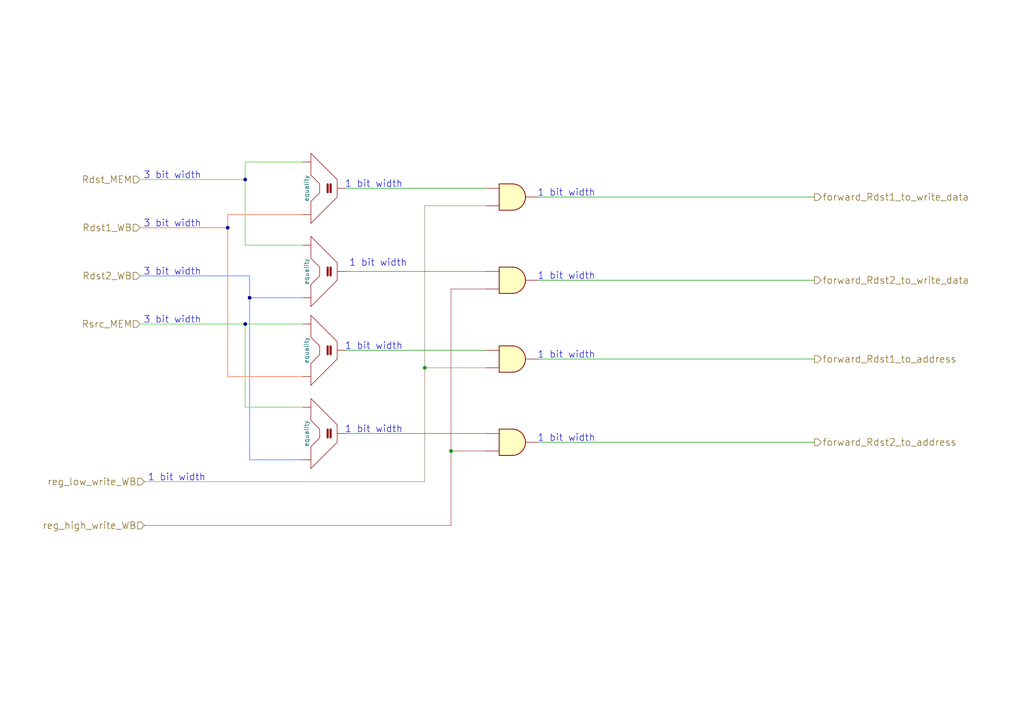
<source format=kicad_sch>
(kicad_sch (version 20211123) (generator eeschema)

  (uuid 8ecafd15-b697-4385-b266-46c6511c3de8)

  (paper "A4")

  (lib_symbols
    (symbol "4xxx:4081" (pin_numbers hide) (pin_names (offset 1.016) hide) (in_bom yes) (on_board yes)
      (property "Reference" "U" (id 0) (at 0 1.27 0)
        (effects (font (size 1.27 1.27)))
      )
      (property "Value" "4081" (id 1) (at 0 -1.27 0)
        (effects (font (size 1.27 1.27)))
      )
      (property "Footprint" "" (id 2) (at 0 0 0)
        (effects (font (size 1.27 1.27)) hide)
      )
      (property "Datasheet" "http://www.intersil.com/content/dam/Intersil/documents/cd40/cd4073bms-81bms-82bms.pdf" (id 3) (at 0 0 0)
        (effects (font (size 1.27 1.27)) hide)
      )
      (property "ki_locked" "" (id 4) (at 0 0 0)
        (effects (font (size 1.27 1.27)))
      )
      (property "ki_keywords" "CMOS And2" (id 5) (at 0 0 0)
        (effects (font (size 1.27 1.27)) hide)
      )
      (property "ki_description" "Quad And 2 inputs" (id 6) (at 0 0 0)
        (effects (font (size 1.27 1.27)) hide)
      )
      (property "ki_fp_filters" "DIP?14*" (id 7) (at 0 0 0)
        (effects (font (size 1.27 1.27)) hide)
      )
      (symbol "4081_1_1"
        (arc (start 0 -3.81) (mid 3.81 0) (end 0 3.81)
          (stroke (width 0.254) (type default) (color 0 0 0 0))
          (fill (type background))
        )
        (polyline
          (pts
            (xy 0 3.81)
            (xy -3.81 3.81)
            (xy -3.81 -3.81)
            (xy 0 -3.81)
          )
          (stroke (width 0.254) (type default) (color 0 0 0 0))
          (fill (type background))
        )
        (pin input line (at -7.62 2.54 0) (length 3.81)
          (name "~" (effects (font (size 1.27 1.27))))
          (number "1" (effects (font (size 1.27 1.27))))
        )
        (pin input line (at -7.62 -2.54 0) (length 3.81)
          (name "~" (effects (font (size 1.27 1.27))))
          (number "2" (effects (font (size 1.27 1.27))))
        )
        (pin output line (at 7.62 0 180) (length 3.81)
          (name "~" (effects (font (size 1.27 1.27))))
          (number "3" (effects (font (size 1.27 1.27))))
        )
      )
      (symbol "4081_1_2"
        (arc (start -3.81 -3.81) (mid -2.589 0) (end -3.81 3.81)
          (stroke (width 0.254) (type default) (color 0 0 0 0))
          (fill (type none))
        )
        (arc (start -0.6096 -3.81) (mid 2.1842 -2.5851) (end 3.81 0)
          (stroke (width 0.254) (type default) (color 0 0 0 0))
          (fill (type background))
        )
        (polyline
          (pts
            (xy -3.81 -3.81)
            (xy -0.635 -3.81)
          )
          (stroke (width 0.254) (type default) (color 0 0 0 0))
          (fill (type background))
        )
        (polyline
          (pts
            (xy -3.81 3.81)
            (xy -0.635 3.81)
          )
          (stroke (width 0.254) (type default) (color 0 0 0 0))
          (fill (type background))
        )
        (polyline
          (pts
            (xy -0.635 3.81)
            (xy -3.81 3.81)
            (xy -3.81 3.81)
            (xy -3.556 3.4036)
            (xy -3.0226 2.2606)
            (xy -2.6924 1.0414)
            (xy -2.6162 -0.254)
            (xy -2.7686 -1.4986)
            (xy -3.175 -2.7178)
            (xy -3.81 -3.81)
            (xy -3.81 -3.81)
            (xy -0.635 -3.81)
          )
          (stroke (width -25.4) (type default) (color 0 0 0 0))
          (fill (type background))
        )
        (arc (start 3.81 0) (mid 2.1915 2.5936) (end -0.6096 3.81)
          (stroke (width 0.254) (type default) (color 0 0 0 0))
          (fill (type background))
        )
        (pin input inverted (at -7.62 2.54 0) (length 4.318)
          (name "~" (effects (font (size 1.27 1.27))))
          (number "1" (effects (font (size 1.27 1.27))))
        )
        (pin input inverted (at -7.62 -2.54 0) (length 4.318)
          (name "~" (effects (font (size 1.27 1.27))))
          (number "2" (effects (font (size 1.27 1.27))))
        )
        (pin output inverted (at 7.62 0 180) (length 3.81)
          (name "~" (effects (font (size 1.27 1.27))))
          (number "3" (effects (font (size 1.27 1.27))))
        )
      )
      (symbol "4081_2_1"
        (arc (start 0 -3.81) (mid 3.81 0) (end 0 3.81)
          (stroke (width 0.254) (type default) (color 0 0 0 0))
          (fill (type background))
        )
        (polyline
          (pts
            (xy 0 3.81)
            (xy -3.81 3.81)
            (xy -3.81 -3.81)
            (xy 0 -3.81)
          )
          (stroke (width 0.254) (type default) (color 0 0 0 0))
          (fill (type background))
        )
        (pin output line (at 7.62 0 180) (length 3.81)
          (name "~" (effects (font (size 1.27 1.27))))
          (number "4" (effects (font (size 1.27 1.27))))
        )
        (pin input line (at -7.62 2.54 0) (length 3.81)
          (name "~" (effects (font (size 1.27 1.27))))
          (number "5" (effects (font (size 1.27 1.27))))
        )
        (pin input line (at -7.62 -2.54 0) (length 3.81)
          (name "~" (effects (font (size 1.27 1.27))))
          (number "6" (effects (font (size 1.27 1.27))))
        )
      )
      (symbol "4081_2_2"
        (arc (start -3.81 -3.81) (mid -2.589 0) (end -3.81 3.81)
          (stroke (width 0.254) (type default) (color 0 0 0 0))
          (fill (type none))
        )
        (arc (start -0.6096 -3.81) (mid 2.1842 -2.5851) (end 3.81 0)
          (stroke (width 0.254) (type default) (color 0 0 0 0))
          (fill (type background))
        )
        (polyline
          (pts
            (xy -3.81 -3.81)
            (xy -0.635 -3.81)
          )
          (stroke (width 0.254) (type default) (color 0 0 0 0))
          (fill (type background))
        )
        (polyline
          (pts
            (xy -3.81 3.81)
            (xy -0.635 3.81)
          )
          (stroke (width 0.254) (type default) (color 0 0 0 0))
          (fill (type background))
        )
        (polyline
          (pts
            (xy -0.635 3.81)
            (xy -3.81 3.81)
            (xy -3.81 3.81)
            (xy -3.556 3.4036)
            (xy -3.0226 2.2606)
            (xy -2.6924 1.0414)
            (xy -2.6162 -0.254)
            (xy -2.7686 -1.4986)
            (xy -3.175 -2.7178)
            (xy -3.81 -3.81)
            (xy -3.81 -3.81)
            (xy -0.635 -3.81)
          )
          (stroke (width -25.4) (type default) (color 0 0 0 0))
          (fill (type background))
        )
        (arc (start 3.81 0) (mid 2.1915 2.5936) (end -0.6096 3.81)
          (stroke (width 0.254) (type default) (color 0 0 0 0))
          (fill (type background))
        )
        (pin output inverted (at 7.62 0 180) (length 3.81)
          (name "~" (effects (font (size 1.27 1.27))))
          (number "4" (effects (font (size 1.27 1.27))))
        )
        (pin input inverted (at -7.62 2.54 0) (length 4.318)
          (name "~" (effects (font (size 1.27 1.27))))
          (number "5" (effects (font (size 1.27 1.27))))
        )
        (pin input inverted (at -7.62 -2.54 0) (length 4.318)
          (name "~" (effects (font (size 1.27 1.27))))
          (number "6" (effects (font (size 1.27 1.27))))
        )
      )
      (symbol "4081_3_1"
        (arc (start 0 -3.81) (mid 3.81 0) (end 0 3.81)
          (stroke (width 0.254) (type default) (color 0 0 0 0))
          (fill (type background))
        )
        (polyline
          (pts
            (xy 0 3.81)
            (xy -3.81 3.81)
            (xy -3.81 -3.81)
            (xy 0 -3.81)
          )
          (stroke (width 0.254) (type default) (color 0 0 0 0))
          (fill (type background))
        )
        (pin output line (at 7.62 0 180) (length 3.81)
          (name "~" (effects (font (size 1.27 1.27))))
          (number "10" (effects (font (size 1.27 1.27))))
        )
        (pin input line (at -7.62 2.54 0) (length 3.81)
          (name "~" (effects (font (size 1.27 1.27))))
          (number "8" (effects (font (size 1.27 1.27))))
        )
        (pin input line (at -7.62 -2.54 0) (length 3.81)
          (name "~" (effects (font (size 1.27 1.27))))
          (number "9" (effects (font (size 1.27 1.27))))
        )
      )
      (symbol "4081_3_2"
        (arc (start -3.81 -3.81) (mid -2.589 0) (end -3.81 3.81)
          (stroke (width 0.254) (type default) (color 0 0 0 0))
          (fill (type none))
        )
        (arc (start -0.6096 -3.81) (mid 2.1842 -2.5851) (end 3.81 0)
          (stroke (width 0.254) (type default) (color 0 0 0 0))
          (fill (type background))
        )
        (polyline
          (pts
            (xy -3.81 -3.81)
            (xy -0.635 -3.81)
          )
          (stroke (width 0.254) (type default) (color 0 0 0 0))
          (fill (type background))
        )
        (polyline
          (pts
            (xy -3.81 3.81)
            (xy -0.635 3.81)
          )
          (stroke (width 0.254) (type default) (color 0 0 0 0))
          (fill (type background))
        )
        (polyline
          (pts
            (xy -0.635 3.81)
            (xy -3.81 3.81)
            (xy -3.81 3.81)
            (xy -3.556 3.4036)
            (xy -3.0226 2.2606)
            (xy -2.6924 1.0414)
            (xy -2.6162 -0.254)
            (xy -2.7686 -1.4986)
            (xy -3.175 -2.7178)
            (xy -3.81 -3.81)
            (xy -3.81 -3.81)
            (xy -0.635 -3.81)
          )
          (stroke (width -25.4) (type default) (color 0 0 0 0))
          (fill (type background))
        )
        (arc (start 3.81 0) (mid 2.1915 2.5936) (end -0.6096 3.81)
          (stroke (width 0.254) (type default) (color 0 0 0 0))
          (fill (type background))
        )
        (pin output inverted (at 7.62 0 180) (length 3.81)
          (name "~" (effects (font (size 1.27 1.27))))
          (number "10" (effects (font (size 1.27 1.27))))
        )
        (pin input inverted (at -7.62 2.54 0) (length 4.318)
          (name "~" (effects (font (size 1.27 1.27))))
          (number "8" (effects (font (size 1.27 1.27))))
        )
        (pin input inverted (at -7.62 -2.54 0) (length 4.318)
          (name "~" (effects (font (size 1.27 1.27))))
          (number "9" (effects (font (size 1.27 1.27))))
        )
      )
      (symbol "4081_4_1"
        (arc (start 0 -3.81) (mid 3.81 0) (end 0 3.81)
          (stroke (width 0.254) (type default) (color 0 0 0 0))
          (fill (type background))
        )
        (polyline
          (pts
            (xy 0 3.81)
            (xy -3.81 3.81)
            (xy -3.81 -3.81)
            (xy 0 -3.81)
          )
          (stroke (width 0.254) (type default) (color 0 0 0 0))
          (fill (type background))
        )
        (pin output line (at 7.62 0 180) (length 3.81)
          (name "~" (effects (font (size 1.27 1.27))))
          (number "11" (effects (font (size 1.27 1.27))))
        )
        (pin input line (at -7.62 2.54 0) (length 3.81)
          (name "~" (effects (font (size 1.27 1.27))))
          (number "12" (effects (font (size 1.27 1.27))))
        )
        (pin input line (at -7.62 -2.54 0) (length 3.81)
          (name "~" (effects (font (size 1.27 1.27))))
          (number "13" (effects (font (size 1.27 1.27))))
        )
      )
      (symbol "4081_4_2"
        (arc (start -3.81 -3.81) (mid -2.589 0) (end -3.81 3.81)
          (stroke (width 0.254) (type default) (color 0 0 0 0))
          (fill (type none))
        )
        (arc (start -0.6096 -3.81) (mid 2.1842 -2.5851) (end 3.81 0)
          (stroke (width 0.254) (type default) (color 0 0 0 0))
          (fill (type background))
        )
        (polyline
          (pts
            (xy -3.81 -3.81)
            (xy -0.635 -3.81)
          )
          (stroke (width 0.254) (type default) (color 0 0 0 0))
          (fill (type background))
        )
        (polyline
          (pts
            (xy -3.81 3.81)
            (xy -0.635 3.81)
          )
          (stroke (width 0.254) (type default) (color 0 0 0 0))
          (fill (type background))
        )
        (polyline
          (pts
            (xy -0.635 3.81)
            (xy -3.81 3.81)
            (xy -3.81 3.81)
            (xy -3.556 3.4036)
            (xy -3.0226 2.2606)
            (xy -2.6924 1.0414)
            (xy -2.6162 -0.254)
            (xy -2.7686 -1.4986)
            (xy -3.175 -2.7178)
            (xy -3.81 -3.81)
            (xy -3.81 -3.81)
            (xy -0.635 -3.81)
          )
          (stroke (width -25.4) (type default) (color 0 0 0 0))
          (fill (type background))
        )
        (arc (start 3.81 0) (mid 2.1915 2.5936) (end -0.6096 3.81)
          (stroke (width 0.254) (type default) (color 0 0 0 0))
          (fill (type background))
        )
        (pin output inverted (at 7.62 0 180) (length 3.81)
          (name "~" (effects (font (size 1.27 1.27))))
          (number "11" (effects (font (size 1.27 1.27))))
        )
        (pin input inverted (at -7.62 2.54 0) (length 4.318)
          (name "~" (effects (font (size 1.27 1.27))))
          (number "12" (effects (font (size 1.27 1.27))))
        )
        (pin input inverted (at -7.62 -2.54 0) (length 4.318)
          (name "~" (effects (font (size 1.27 1.27))))
          (number "13" (effects (font (size 1.27 1.27))))
        )
      )
      (symbol "4081_5_0"
        (pin power_in line (at 0 12.7 270) (length 5.08)
          (name "VDD" (effects (font (size 1.27 1.27))))
          (number "14" (effects (font (size 1.27 1.27))))
        )
        (pin power_in line (at 0 -12.7 90) (length 5.08)
          (name "VSS" (effects (font (size 1.27 1.27))))
          (number "7" (effects (font (size 1.27 1.27))))
        )
      )
      (symbol "4081_5_1"
        (rectangle (start -5.08 7.62) (end 5.08 -7.62)
          (stroke (width 0.254) (type default) (color 0 0 0 0))
          (fill (type background))
        )
      )
    )
    (symbol "computerArchProj:equality" (in_bom yes) (on_board yes)
      (property "Reference" "U" (id 0) (at 0 3.81 0)
        (effects (font (size 1.27 1.27)))
      )
      (property "Value" "equality" (id 1) (at 0 6.35 0)
        (effects (font (size 1.27 1.27)))
      )
      (property "Footprint" "" (id 2) (at 0 0 0)
        (effects (font (size 1.27 1.27)) hide)
      )
      (property "Datasheet" "" (id 3) (at 0 0 0)
        (effects (font (size 1.27 1.27)) hide)
      )
      (symbol "equality_0_0"
        (polyline
          (pts
            (xy 10.16 5.08)
            (xy 10.16 5.08)
          )
          (stroke (width 0) (type default) (color 0 0 0 0))
          (fill (type none))
        )
        (polyline
          (pts
            (xy -10.16 5.08)
            (xy -5.08 5.08)
            (xy -3.81 5.08)
            (xy -1.27 2.54)
            (xy 1.27 2.54)
            (xy 3.81 5.08)
            (xy 10.16 5.08)
            (xy 2.54 -2.54)
            (xy -2.54 -2.54)
            (xy -10.16 5.08)
          )
          (stroke (width 0) (type default) (color 0 0 0 0))
          (fill (type none))
        )
        (text "=" (at 0 0 0)
          (effects (font (size 3 3) bold))
        )
      )
      (symbol "equality_1_1"
        (pin input line (at -7.62 7.62 270) (length 2.54)
          (name "" (effects (font (size 1.27 1.27))))
          (number "" (effects (font (size 1.27 1.27))))
        )
        (pin output line (at 0 -5.08 90) (length 2.54)
          (name "" (effects (font (size 1.27 1.27))))
          (number "" (effects (font (size 1.27 1.27))))
        )
        (pin input line (at 7.62 7.62 270) (length 2.54)
          (name "" (effects (font (size 1.27 1.27))))
          (number "" (effects (font (size 1.27 1.27))))
        )
      )
    )
  )

  (junction (at 71.12 93.98) (diameter 0) (color 0 0 0 0)
    (uuid 36dc5d74-c099-438e-94e3-60aa4e495a38)
  )
  (junction (at 72.39 86.36) (diameter 0) (color 0 0 0 0)
    (uuid 869cb35d-b9b5-448c-bb9b-f6d9df9abaad)
  )
  (junction (at 71.12 52.07) (diameter 0) (color 0 0 0 0)
    (uuid a4de19bc-29f2-4954-a7e8-a31af3e89b44)
  )
  (junction (at 130.81 130.81) (diameter 0) (color 0 0 0 0)
    (uuid a889e891-00bc-4629-ae37-a2453d534e32)
  )
  (junction (at 66.04 66.04) (diameter 0) (color 0 0 0 0)
    (uuid ad293ebb-f756-4bfe-9bfa-2756e4f9d096)
  )
  (junction (at 123.19 106.68) (diameter 0) (color 0 0 0 0)
    (uuid c6021f75-c104-4b59-85ed-10e958407e36)
  )

  (wire (pts (xy 100.33 78.74) (xy 140.97 78.74))
    (stroke (width 0) (type default) (color 0 0 0 0))
    (uuid 0326b7f5-8e1f-4e25-9b61-80c19b5c4013)
  )
  (bus (pts (xy 71.12 46.99) (xy 87.63 46.99))
    (stroke (width 0) (type default) (color 151 226 141 1))
    (uuid 08f603fa-4aef-49fa-9074-4d85aeefe0d2)
  )

  (wire (pts (xy 130.81 152.4) (xy 130.81 130.81))
    (stroke (width 0) (type default) (color 165 63 68 1))
    (uuid 0e394dd9-829d-4d9f-841d-fbd966480e04)
  )
  (bus (pts (xy 71.12 71.12) (xy 71.12 52.07))
    (stroke (width 0) (type default) (color 151 226 141 1))
    (uuid 3879e701-7285-442a-ba69-e585464dcf0c)
  )

  (wire (pts (xy 156.21 128.27) (xy 236.22 128.27))
    (stroke (width 0) (type default) (color 0 0 0 0))
    (uuid 3bdab34b-694d-4691-9639-2b1782f3daff)
  )
  (bus (pts (xy 66.04 66.04) (xy 66.04 109.22))
    (stroke (width 0) (type default) (color 255 159 140 1))
    (uuid 4e89c7c1-90fc-4d59-81d1-b67ac740295e)
  )

  (wire (pts (xy 123.19 106.68) (xy 140.97 106.68))
    (stroke (width 0) (type default) (color 155 138 111 1))
    (uuid 503b6244-5e86-4763-9c4d-abfae047c912)
  )
  (bus (pts (xy 71.12 46.99) (xy 71.12 52.07))
    (stroke (width 0) (type default) (color 151 226 141 1))
    (uuid 55edbc24-c7e6-4737-9174-81c450b847a3)
  )
  (bus (pts (xy 40.64 80.01) (xy 72.39 80.01))
    (stroke (width 0) (type default) (color 135 172 255 1))
    (uuid 5609d62b-15cf-4703-9454-231184395b3d)
  )

  (wire (pts (xy 100.33 101.6) (xy 140.97 101.6))
    (stroke (width 0) (type default) (color 0 0 0 0))
    (uuid 683c5514-223e-4634-bd1d-e0df28e208c2)
  )
  (bus (pts (xy 72.39 133.35) (xy 87.63 133.35))
    (stroke (width 0) (type default) (color 135 172 255 1))
    (uuid 75761088-ad01-4b77-aee2-207b258c2c77)
  )
  (bus (pts (xy 66.04 66.04) (xy 66.04 62.23))
    (stroke (width 0) (type default) (color 255 159 140 1))
    (uuid 77ccc6e4-e675-4680-8949-b63e8ac4c063)
  )

  (wire (pts (xy 156.21 104.14) (xy 236.22 104.14))
    (stroke (width 0) (type default) (color 0 0 0 0))
    (uuid 78014b7e-a5e5-4141-9f45-1523c5762688)
  )
  (wire (pts (xy 130.81 130.81) (xy 140.97 130.81))
    (stroke (width 0) (type default) (color 165 63 68 1))
    (uuid 866eca15-fb41-4293-b0bc-cb0488965679)
  )
  (wire (pts (xy 130.81 130.81) (xy 130.81 83.82))
    (stroke (width 0) (type default) (color 165 63 68 1))
    (uuid 8adac910-6296-472a-ae1e-94aa66fec269)
  )
  (wire (pts (xy 130.81 83.82) (xy 140.97 83.82))
    (stroke (width 0) (type default) (color 165 63 68 1))
    (uuid 8c51f42a-de3a-4407-ad3e-646a8c52e98a)
  )
  (bus (pts (xy 72.39 80.01) (xy 72.39 86.36))
    (stroke (width 0) (type default) (color 135 172 255 1))
    (uuid 939db203-8cf6-4380-9e57-597e41e094d0)
  )

  (wire (pts (xy 100.33 125.73) (xy 140.97 125.73))
    (stroke (width 0) (type default) (color 0 0 0 0))
    (uuid 9f4db6dc-5e18-4a65-b837-3495207f92fd)
  )
  (wire (pts (xy 123.19 59.69) (xy 123.19 106.68))
    (stroke (width 0) (type default) (color 155 138 111 1))
    (uuid a8810a1a-6e80-406c-ba8e-001484998810)
  )
  (bus (pts (xy 72.39 86.36) (xy 87.63 86.36))
    (stroke (width 0) (type default) (color 135 172 255 1))
    (uuid ab6fcb06-2ad7-49b1-abb9-a0efec08183b)
  )
  (bus (pts (xy 71.12 93.98) (xy 87.63 93.98))
    (stroke (width 0) (type default) (color 151 226 141 1))
    (uuid b62f2f62-98f7-40cc-99e5-cf75a1b56905)
  )
  (bus (pts (xy 66.04 62.23) (xy 87.63 62.23))
    (stroke (width 0) (type default) (color 255 159 140 1))
    (uuid b98eaf7e-284f-4cb6-9b40-c8bc5db1ae57)
  )
  (bus (pts (xy 71.12 71.12) (xy 87.63 71.12))
    (stroke (width 0) (type default) (color 151 226 141 1))
    (uuid bb7a542f-a3a0-423a-a0a2-1f1e5fad547a)
  )

  (wire (pts (xy 156.21 57.15) (xy 236.22 57.15))
    (stroke (width 0) (type default) (color 0 0 0 0))
    (uuid bc6eccae-fa40-4e28-a031-99335cf12d14)
  )
  (wire (pts (xy 156.21 81.28) (xy 236.22 81.28))
    (stroke (width 0) (type default) (color 0 0 0 0))
    (uuid cd136b05-169a-4037-a0dc-7209da5856ec)
  )
  (bus (pts (xy 66.04 109.22) (xy 87.63 109.22))
    (stroke (width 0) (type default) (color 255 159 140 1))
    (uuid d18a3969-eb33-4427-9d5c-284cd2bc93c7)
  )
  (bus (pts (xy 71.12 93.98) (xy 71.12 118.11))
    (stroke (width 0) (type default) (color 151 226 141 1))
    (uuid d259344b-d3f6-444c-9247-cce2cf74f109)
  )
  (bus (pts (xy 40.64 93.98) (xy 71.12 93.98))
    (stroke (width 0) (type default) (color 151 226 141 1))
    (uuid d33258d8-49f8-4298-ba0a-26d92107f5b3)
  )
  (bus (pts (xy 71.12 118.11) (xy 87.63 118.11))
    (stroke (width 0) (type default) (color 151 226 141 1))
    (uuid da158a3d-e2b7-4df9-9b93-48ecf27f9cea)
  )

  (wire (pts (xy 41.91 152.4) (xy 130.81 152.4))
    (stroke (width 0) (type default) (color 165 63 68 1))
    (uuid e3bcaf2d-9913-4787-a0aa-a5140e677dc3)
  )
  (bus (pts (xy 40.64 66.04) (xy 66.04 66.04))
    (stroke (width 0) (type default) (color 255 159 140 1))
    (uuid e65236f7-f69f-47dd-8d27-3089873b92aa)
  )
  (bus (pts (xy 72.39 86.36) (xy 72.39 133.35))
    (stroke (width 0) (type default) (color 135 172 255 1))
    (uuid e7150b24-1f08-4f68-be24-bd471f65c91b)
  )

  (wire (pts (xy 140.97 59.69) (xy 123.19 59.69))
    (stroke (width 0) (type default) (color 155 138 111 1))
    (uuid e9517a97-d234-4423-ac0b-844a9ee3b91a)
  )
  (wire (pts (xy 41.91 139.7) (xy 123.19 139.7))
    (stroke (width 0) (type default) (color 155 138 111 1))
    (uuid ebb35ed1-2725-470d-85a6-d2acab2e7741)
  )
  (wire (pts (xy 100.33 54.61) (xy 140.97 54.61))
    (stroke (width 0) (type default) (color 0 0 0 0))
    (uuid f01c2bec-83d1-4c38-b103-51f79399c312)
  )
  (wire (pts (xy 123.19 106.68) (xy 123.19 139.7))
    (stroke (width 0) (type default) (color 155 138 111 1))
    (uuid fcd10bc1-63a0-46fc-9013-7bd9654ed8b0)
  )
  (bus (pts (xy 40.64 52.07) (xy 71.12 52.07))
    (stroke (width 0) (type default) (color 151 226 141 1))
    (uuid fdcb1052-9888-4013-bd4a-0d828087f8ff)
  )

  (text "1 bit width" (at 172.72 57.15 180)
    (effects (font (size 2 2)) (justify right bottom))
    (uuid 126cc236-66f6-4ec9-8ecd-d71ba03c4b70)
  )
  (text "1 bit width" (at 59.69 139.7 180)
    (effects (font (size 2 2)) (justify right bottom))
    (uuid 3c5e577c-943a-438e-a153-11db29c63421)
  )
  (text "1 bit width" (at 116.84 125.73 180)
    (effects (font (size 2 2)) (justify right bottom))
    (uuid 42d90a40-e8fb-4381-8a12-18afe23e663d)
  )
  (text "1 bit width" (at 172.72 104.14 180)
    (effects (font (size 2 2)) (justify right bottom))
    (uuid 441a73f7-ff3f-4b8c-b6c1-8ee525960ff0)
  )
  (text "3 bit width" (at 58.42 80.01 180)
    (effects (font (size 2 2)) (justify right bottom))
    (uuid 559a021f-5cd2-42c5-903c-6d4c58b559ea)
  )
  (text "3 bit width" (at 58.42 93.98 180)
    (effects (font (size 2 2)) (justify right bottom))
    (uuid 79440117-403f-4998-b529-3259d7cd7583)
  )
  (text "1 bit width" (at 116.84 54.61 180)
    (effects (font (size 2 2)) (justify right bottom))
    (uuid 7f76dfd8-da74-4e35-a595-45b0f55a62bc)
  )
  (text "1 bit width" (at 172.72 128.27 180)
    (effects (font (size 2 2)) (justify right bottom))
    (uuid af7aca08-b7db-4c17-a04f-dd1f48f2ac88)
  )
  (text "1 bit width" (at 118.11 77.47 180)
    (effects (font (size 2 2)) (justify right bottom))
    (uuid bfad3256-bc73-4c07-aebf-269671545560)
  )
  (text "3 bit width" (at 58.42 66.04 180)
    (effects (font (size 2 2)) (justify right bottom))
    (uuid d0a0d971-17f1-41c5-b57b-236f4951d93f)
  )
  (text "1 bit width" (at 116.84 101.6 180)
    (effects (font (size 2 2)) (justify right bottom))
    (uuid d0fbe113-9905-4a33-b140-e196aaee0957)
  )
  (text "1 bit width" (at 172.72 81.28 180)
    (effects (font (size 2 2)) (justify right bottom))
    (uuid e34d9551-7424-4153-b504-75896193b1f5)
  )
  (text "3 bit width" (at 58.42 52.07 180)
    (effects (font (size 2 2)) (justify right bottom))
    (uuid fdcc2d66-fcc2-4ae0-8af2-d0388bd202e5)
  )

  (hierarchical_label "forward_Rdst1_to_write_data" (shape output) (at 236.22 57.15 0)
    (effects (font (size 2 2)) (justify left))
    (uuid 01827250-c3ce-49c9-99a5-481bd1046cd1)
  )
  (hierarchical_label "Rdst2_WB" (shape input) (at 40.64 80.01 180)
    (effects (font (size 2 2)) (justify right))
    (uuid 35ae6e96-62ac-4faa-b141-8ca68d779c43)
  )
  (hierarchical_label "Rdst_MEM" (shape input) (at 40.64 52.07 180)
    (effects (font (size 2 2)) (justify right))
    (uuid 3ac169f5-afdc-41b7-ab03-017e9df5c7b2)
  )
  (hierarchical_label "forward_Rdst2_to_write_data" (shape output) (at 236.22 81.28 0)
    (effects (font (size 2 2)) (justify left))
    (uuid 3f24cd5a-d188-432b-a729-a2a774e20084)
  )
  (hierarchical_label "Rdst1_WB" (shape input) (at 40.64 66.04 180)
    (effects (font (size 2 2)) (justify right))
    (uuid 51fcc1e2-b5b2-4513-b7b5-2b44ba013d75)
  )
  (hierarchical_label "reg_low_write_WB" (shape input) (at 41.91 139.7 180)
    (effects (font (size 2 2)) (justify right))
    (uuid 6ad0b134-8b58-42c8-864e-5be737fd3930)
  )
  (hierarchical_label "forward_Rdst1_to_address" (shape output) (at 236.22 104.14 0)
    (effects (font (size 2 2)) (justify left))
    (uuid 8ea24924-2fc0-4aba-bd58-7b73798411fa)
  )
  (hierarchical_label "forward_Rdst2_to_address" (shape output) (at 236.22 128.27 0)
    (effects (font (size 2 2)) (justify left))
    (uuid ba583c9c-118a-4585-8a2e-018b803d114d)
  )
  (hierarchical_label "Rsrc_MEM" (shape input) (at 40.64 93.98 180)
    (effects (font (size 2 2)) (justify right))
    (uuid dca8116b-2a58-40a6-aa9e-272a2b8dd9d8)
  )
  (hierarchical_label "reg_high_write_WB" (shape input) (at 41.91 152.4 180)
    (effects (font (size 2 2)) (justify right))
    (uuid e89e6703-e742-45b0-a2f1-0368fdb09b76)
  )

  (symbol (lib_id "computerArchProj:equality") (at 95.25 101.6 90) (unit 1)
    (in_bom yes) (on_board yes)
    (uuid 0da38896-9504-4651-bbfb-0a460cdb4ccf)
    (property "Reference" "U?" (id 0) (at 94.1425 86.36 90)
      (effects (font (size 1.27 1.27)) hide)
    )
    (property "Value" "equality" (id 1) (at 88.9 101.6 0))
    (property "Footprint" "" (id 2) (at 95.25 101.6 0)
      (effects (font (size 1.27 1.27)) hide)
    )
    (property "Datasheet" "" (id 3) (at 95.25 101.6 0)
      (effects (font (size 1.27 1.27)) hide)
    )
    (pin "" (uuid 7516d5f2-cc4f-465c-b324-8f310fa4b704))
    (pin "" (uuid 7516d5f2-cc4f-465c-b324-8f310fa4b704))
    (pin "" (uuid 7516d5f2-cc4f-465c-b324-8f310fa4b704))
  )

  (symbol (lib_id "4xxx:4081") (at 148.59 57.15 0) (unit 1)
    (in_bom yes) (on_board yes) (fields_autoplaced)
    (uuid 2b5c1793-b6d3-454d-9bbc-09013981b877)
    (property "Reference" "U?" (id 0) (at 148.59 48.26 0)
      (effects (font (size 1.27 1.27)) hide)
    )
    (property "Value" "4081" (id 1) (at 148.59 50.8 0)
      (effects (font (size 1.27 1.27)) hide)
    )
    (property "Footprint" "" (id 2) (at 148.59 57.15 0)
      (effects (font (size 1.27 1.27)) hide)
    )
    (property "Datasheet" "http://www.intersil.com/content/dam/Intersil/documents/cd40/cd4073bms-81bms-82bms.pdf" (id 3) (at 148.59 57.15 0)
      (effects (font (size 1.27 1.27)) hide)
    )
    (pin "1" (uuid 0434afb9-e144-498e-9ec1-b95017083139))
    (pin "2" (uuid 193cb274-b624-4c5c-8e97-35b6ed9d11ca))
    (pin "3" (uuid d15567ee-08fd-45b4-a00b-b92e14c7058c))
    (pin "4" (uuid 2a4f7c45-ad71-4b0f-a824-e73c1217dff5))
    (pin "5" (uuid 151d60dd-de84-4ce3-8ba0-1f4e35345dfa))
    (pin "6" (uuid 17f6b1d9-496f-47bc-acbc-022f2298265a))
    (pin "10" (uuid 5b6cf015-b244-46d2-a32e-25e8f1595b0c))
    (pin "8" (uuid 586827fe-300d-4774-9d55-3d605a3deef6))
    (pin "9" (uuid 2dfa51da-40ce-4e9b-b15b-f8c02ab8bf0b))
    (pin "11" (uuid c27e3156-2a23-4021-8f8b-b4ca3db0921b))
    (pin "12" (uuid bbc754c0-9d9f-461b-9241-da1272e53596))
    (pin "13" (uuid c1850c8a-a4d6-4131-80ab-ce1382396698))
    (pin "14" (uuid bb8e7b65-e813-4225-82e6-2ecf2ea9189f))
    (pin "7" (uuid c2fcf70f-afe7-44b1-a2dc-724024f8b30c))
  )

  (symbol (lib_id "4xxx:4081") (at 148.59 128.27 0) (unit 1)
    (in_bom yes) (on_board yes) (fields_autoplaced)
    (uuid 2bce07a9-11bd-4fef-892f-3c6c413e43f8)
    (property "Reference" "U?" (id 0) (at 148.59 119.38 0)
      (effects (font (size 1.27 1.27)) hide)
    )
    (property "Value" "4081" (id 1) (at 148.59 121.92 0)
      (effects (font (size 1.27 1.27)) hide)
    )
    (property "Footprint" "" (id 2) (at 148.59 128.27 0)
      (effects (font (size 1.27 1.27)) hide)
    )
    (property "Datasheet" "http://www.intersil.com/content/dam/Intersil/documents/cd40/cd4073bms-81bms-82bms.pdf" (id 3) (at 148.59 128.27 0)
      (effects (font (size 1.27 1.27)) hide)
    )
    (pin "1" (uuid 5f5f34b3-a3bc-4523-a06e-c9a8276695dd))
    (pin "2" (uuid b1b505a2-fda4-4e93-b0b8-85eef95267d7))
    (pin "3" (uuid 3e1be0f2-1c36-44d8-ae6a-fc17ef044500))
    (pin "4" (uuid 2a4f7c45-ad71-4b0f-a824-e73c1217dff6))
    (pin "5" (uuid 151d60dd-de84-4ce3-8ba0-1f4e35345dfb))
    (pin "6" (uuid 17f6b1d9-496f-47bc-acbc-022f2298265b))
    (pin "10" (uuid 5b6cf015-b244-46d2-a32e-25e8f1595b0d))
    (pin "8" (uuid 586827fe-300d-4774-9d55-3d605a3deef7))
    (pin "9" (uuid 2dfa51da-40ce-4e9b-b15b-f8c02ab8bf0c))
    (pin "11" (uuid c27e3156-2a23-4021-8f8b-b4ca3db0921c))
    (pin "12" (uuid bbc754c0-9d9f-461b-9241-da1272e53597))
    (pin "13" (uuid c1850c8a-a4d6-4131-80ab-ce1382396699))
    (pin "14" (uuid bb8e7b65-e813-4225-82e6-2ecf2ea918a0))
    (pin "7" (uuid c2fcf70f-afe7-44b1-a2dc-724024f8b30d))
  )

  (symbol (lib_id "4xxx:4081") (at 148.59 104.14 0) (unit 1)
    (in_bom yes) (on_board yes) (fields_autoplaced)
    (uuid 378e3d2f-32ec-4286-9106-8e07be9a315f)
    (property "Reference" "U?" (id 0) (at 148.59 95.25 0)
      (effects (font (size 1.27 1.27)) hide)
    )
    (property "Value" "4081" (id 1) (at 148.59 97.79 0)
      (effects (font (size 1.27 1.27)) hide)
    )
    (property "Footprint" "" (id 2) (at 148.59 104.14 0)
      (effects (font (size 1.27 1.27)) hide)
    )
    (property "Datasheet" "http://www.intersil.com/content/dam/Intersil/documents/cd40/cd4073bms-81bms-82bms.pdf" (id 3) (at 148.59 104.14 0)
      (effects (font (size 1.27 1.27)) hide)
    )
    (pin "1" (uuid 3f6513df-2ce1-4250-baa3-f9d6f246b21d))
    (pin "2" (uuid e7c0c58a-04ab-48f9-a294-22e4d1fdfebb))
    (pin "3" (uuid f44041a5-b3a8-4fd3-9577-f3b3e7518594))
    (pin "4" (uuid 2a4f7c45-ad71-4b0f-a824-e73c1217dff7))
    (pin "5" (uuid 151d60dd-de84-4ce3-8ba0-1f4e35345dfc))
    (pin "6" (uuid 17f6b1d9-496f-47bc-acbc-022f2298265c))
    (pin "10" (uuid 5b6cf015-b244-46d2-a32e-25e8f1595b0e))
    (pin "8" (uuid 586827fe-300d-4774-9d55-3d605a3deef8))
    (pin "9" (uuid 2dfa51da-40ce-4e9b-b15b-f8c02ab8bf0d))
    (pin "11" (uuid c27e3156-2a23-4021-8f8b-b4ca3db0921d))
    (pin "12" (uuid bbc754c0-9d9f-461b-9241-da1272e53598))
    (pin "13" (uuid c1850c8a-a4d6-4131-80ab-ce138239669a))
    (pin "14" (uuid bb8e7b65-e813-4225-82e6-2ecf2ea918a1))
    (pin "7" (uuid c2fcf70f-afe7-44b1-a2dc-724024f8b30e))
  )

  (symbol (lib_id "computerArchProj:equality") (at 95.25 78.74 90) (unit 1)
    (in_bom yes) (on_board yes)
    (uuid 4011bcad-1883-44e8-88a2-01ea68cb096b)
    (property "Reference" "U?" (id 0) (at 94.1425 63.5 90)
      (effects (font (size 1.27 1.27)) hide)
    )
    (property "Value" "equality" (id 1) (at 88.9 78.74 0))
    (property "Footprint" "" (id 2) (at 95.25 78.74 0)
      (effects (font (size 1.27 1.27)) hide)
    )
    (property "Datasheet" "" (id 3) (at 95.25 78.74 0)
      (effects (font (size 1.27 1.27)) hide)
    )
    (pin "" (uuid 1fd2aabd-4c6e-4082-a8ab-d2a07eaa5362))
    (pin "" (uuid 1fd2aabd-4c6e-4082-a8ab-d2a07eaa5362))
    (pin "" (uuid 1fd2aabd-4c6e-4082-a8ab-d2a07eaa5362))
  )

  (symbol (lib_id "computerArchProj:equality") (at 95.25 125.73 90) (unit 1)
    (in_bom yes) (on_board yes)
    (uuid ce1864e7-7b43-47db-8133-ce1244335ee2)
    (property "Reference" "U?" (id 0) (at 94.1425 110.49 90)
      (effects (font (size 1.27 1.27)) hide)
    )
    (property "Value" "equality" (id 1) (at 88.9 125.73 0))
    (property "Footprint" "" (id 2) (at 95.25 125.73 0)
      (effects (font (size 1.27 1.27)) hide)
    )
    (property "Datasheet" "" (id 3) (at 95.25 125.73 0)
      (effects (font (size 1.27 1.27)) hide)
    )
    (pin "" (uuid 8bcab5c0-2374-4b7a-b4cb-149a88809bd3))
    (pin "" (uuid 8bcab5c0-2374-4b7a-b4cb-149a88809bd3))
    (pin "" (uuid 8bcab5c0-2374-4b7a-b4cb-149a88809bd3))
  )

  (symbol (lib_id "computerArchProj:equality") (at 95.25 54.61 90) (unit 1)
    (in_bom yes) (on_board yes)
    (uuid d581b7bd-55b0-46fa-a735-053901d9d9c4)
    (property "Reference" "U?" (id 0) (at 94.1425 39.37 90)
      (effects (font (size 1.27 1.27)) hide)
    )
    (property "Value" "equality" (id 1) (at 88.9 54.61 0))
    (property "Footprint" "" (id 2) (at 95.25 54.61 0)
      (effects (font (size 1.27 1.27)) hide)
    )
    (property "Datasheet" "" (id 3) (at 95.25 54.61 0)
      (effects (font (size 1.27 1.27)) hide)
    )
    (pin "" (uuid 72af4a42-3a37-474d-bf69-257333cdbfa3))
    (pin "" (uuid 72af4a42-3a37-474d-bf69-257333cdbfa3))
    (pin "" (uuid 72af4a42-3a37-474d-bf69-257333cdbfa3))
  )

  (symbol (lib_id "4xxx:4081") (at 148.59 81.28 0) (unit 1)
    (in_bom yes) (on_board yes) (fields_autoplaced)
    (uuid eca693e0-450a-4a2f-a5a6-a2499fab3824)
    (property "Reference" "U?" (id 0) (at 148.59 72.39 0)
      (effects (font (size 1.27 1.27)) hide)
    )
    (property "Value" "4081" (id 1) (at 148.59 74.93 0)
      (effects (font (size 1.27 1.27)) hide)
    )
    (property "Footprint" "" (id 2) (at 148.59 81.28 0)
      (effects (font (size 1.27 1.27)) hide)
    )
    (property "Datasheet" "http://www.intersil.com/content/dam/Intersil/documents/cd40/cd4073bms-81bms-82bms.pdf" (id 3) (at 148.59 81.28 0)
      (effects (font (size 1.27 1.27)) hide)
    )
    (pin "1" (uuid 280caa6e-454f-4828-9d9f-21191e79f908))
    (pin "2" (uuid 0c6bd3bf-2635-443e-ada3-8c6ba0a2a1ce))
    (pin "3" (uuid 94e5fcc7-ee65-4c5e-bb0c-83fed0a4539f))
    (pin "4" (uuid 2a4f7c45-ad71-4b0f-a824-e73c1217dff8))
    (pin "5" (uuid 151d60dd-de84-4ce3-8ba0-1f4e35345dfd))
    (pin "6" (uuid 17f6b1d9-496f-47bc-acbc-022f2298265d))
    (pin "10" (uuid 5b6cf015-b244-46d2-a32e-25e8f1595b0f))
    (pin "8" (uuid 586827fe-300d-4774-9d55-3d605a3deef9))
    (pin "9" (uuid 2dfa51da-40ce-4e9b-b15b-f8c02ab8bf0e))
    (pin "11" (uuid c27e3156-2a23-4021-8f8b-b4ca3db0921e))
    (pin "12" (uuid bbc754c0-9d9f-461b-9241-da1272e53599))
    (pin "13" (uuid c1850c8a-a4d6-4131-80ab-ce138239669b))
    (pin "14" (uuid bb8e7b65-e813-4225-82e6-2ecf2ea918a2))
    (pin "7" (uuid c2fcf70f-afe7-44b1-a2dc-724024f8b30f))
  )
)

</source>
